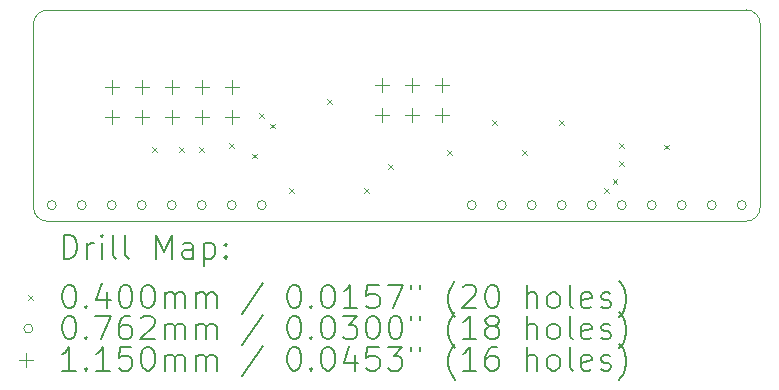
<source format=gbr>
%TF.GenerationSoftware,KiCad,Pcbnew,7.0.9*%
%TF.CreationDate,2024-01-07T05:54:26-05:00*%
%TF.ProjectId,Flipper-ICSP,466c6970-7065-4722-9d49-4353502e6b69,A*%
%TF.SameCoordinates,Original*%
%TF.FileFunction,Drillmap*%
%TF.FilePolarity,Positive*%
%FSLAX45Y45*%
G04 Gerber Fmt 4.5, Leading zero omitted, Abs format (unit mm)*
G04 Created by KiCad (PCBNEW 7.0.9) date 2024-01-07 05:54:26*
%MOMM*%
%LPD*%
G01*
G04 APERTURE LIST*
%ADD10C,0.100000*%
%ADD11C,0.200000*%
%ADD12C,0.115000*%
G04 APERTURE END LIST*
D10*
X13173480Y-5995380D02*
X13173480Y-5766516D01*
X13173014Y-7320298D02*
X13173480Y-5995380D01*
X7020452Y-5996777D02*
X7020452Y-5767913D01*
X13055686Y-7437624D02*
G75*
G03*
X13173014Y-7320298I4J117324D01*
G01*
X13173482Y-5766516D02*
G75*
G03*
X13056151Y-5649188I-117332J-4D01*
G01*
X7137575Y-7437523D02*
X13055686Y-7437626D01*
X7020452Y-5996777D02*
X7020247Y-7320194D01*
X7020247Y-7320194D02*
G75*
G03*
X7137575Y-7437523I117333J4D01*
G01*
X7137780Y-5650582D02*
G75*
G03*
X7020452Y-5767913I0J-117328D01*
G01*
X7137780Y-5650585D02*
X13056151Y-5649188D01*
D11*
D10*
X8027553Y-6809191D02*
X8067553Y-6849191D01*
X8067553Y-6809191D02*
X8027553Y-6849191D01*
X8256698Y-6809141D02*
X8296698Y-6849141D01*
X8296698Y-6809141D02*
X8256698Y-6849141D01*
X8425899Y-6809191D02*
X8465899Y-6849191D01*
X8465899Y-6809191D02*
X8425899Y-6849191D01*
X8679500Y-6774500D02*
X8719500Y-6814500D01*
X8719500Y-6774500D02*
X8679500Y-6814500D01*
X8872486Y-6865328D02*
X8912486Y-6905328D01*
X8912486Y-6865328D02*
X8872486Y-6905328D01*
X8933500Y-6520500D02*
X8973500Y-6560500D01*
X8973500Y-6520500D02*
X8933500Y-6560500D01*
X9024307Y-6611047D02*
X9064307Y-6651047D01*
X9064307Y-6611047D02*
X9024307Y-6651047D01*
X9187500Y-7155500D02*
X9227500Y-7195500D01*
X9227500Y-7155500D02*
X9187500Y-7195500D01*
X9506661Y-6402006D02*
X9546661Y-6442006D01*
X9546661Y-6402006D02*
X9506661Y-6442006D01*
X9822500Y-7155500D02*
X9862500Y-7195500D01*
X9862500Y-7155500D02*
X9822500Y-7195500D01*
X10021950Y-6956050D02*
X10061950Y-6996050D01*
X10061950Y-6956050D02*
X10021950Y-6996050D01*
X10521000Y-6838000D02*
X10561000Y-6878000D01*
X10561000Y-6838000D02*
X10521000Y-6878000D01*
X10902000Y-6584000D02*
X10942000Y-6624000D01*
X10942000Y-6584000D02*
X10902000Y-6624000D01*
X11156000Y-6838000D02*
X11196000Y-6878000D01*
X11196000Y-6838000D02*
X11156000Y-6878000D01*
X11473500Y-6584000D02*
X11513500Y-6624000D01*
X11513500Y-6584000D02*
X11473500Y-6624000D01*
X11854500Y-7155500D02*
X11894500Y-7195500D01*
X11894500Y-7155500D02*
X11854500Y-7195500D01*
X11925175Y-7083050D02*
X11965175Y-7123050D01*
X11965175Y-7083050D02*
X11925175Y-7123050D01*
X11981500Y-6774500D02*
X12021500Y-6814500D01*
X12021500Y-6774500D02*
X11981500Y-6814500D01*
X11981500Y-6929550D02*
X12021500Y-6969550D01*
X12021500Y-6929550D02*
X11981500Y-6969550D01*
X12359901Y-6790332D02*
X12399901Y-6830332D01*
X12399901Y-6790332D02*
X12359901Y-6830332D01*
X7213600Y-7302500D02*
G75*
G03*
X7213600Y-7302500I-38100J0D01*
G01*
X7467600Y-7302500D02*
G75*
G03*
X7467600Y-7302500I-38100J0D01*
G01*
X7721600Y-7302500D02*
G75*
G03*
X7721600Y-7302500I-38100J0D01*
G01*
X7975600Y-7302500D02*
G75*
G03*
X7975600Y-7302500I-38100J0D01*
G01*
X8229600Y-7302500D02*
G75*
G03*
X8229600Y-7302500I-38100J0D01*
G01*
X8483600Y-7302500D02*
G75*
G03*
X8483600Y-7302500I-38100J0D01*
G01*
X8737600Y-7302500D02*
G75*
G03*
X8737600Y-7302500I-38100J0D01*
G01*
X8991600Y-7302500D02*
G75*
G03*
X8991600Y-7302500I-38100J0D01*
G01*
X10769600Y-7302500D02*
G75*
G03*
X10769600Y-7302500I-38100J0D01*
G01*
X11023600Y-7302500D02*
G75*
G03*
X11023600Y-7302500I-38100J0D01*
G01*
X11277600Y-7302500D02*
G75*
G03*
X11277600Y-7302500I-38100J0D01*
G01*
X11531600Y-7302500D02*
G75*
G03*
X11531600Y-7302500I-38100J0D01*
G01*
X11785600Y-7302500D02*
G75*
G03*
X11785600Y-7302500I-38100J0D01*
G01*
X12039600Y-7302500D02*
G75*
G03*
X12039600Y-7302500I-38100J0D01*
G01*
X12293600Y-7302500D02*
G75*
G03*
X12293600Y-7302500I-38100J0D01*
G01*
X12547600Y-7302500D02*
G75*
G03*
X12547600Y-7302500I-38100J0D01*
G01*
X12801600Y-7302500D02*
G75*
G03*
X12801600Y-7302500I-38100J0D01*
G01*
X13055600Y-7302500D02*
G75*
G03*
X13055600Y-7302500I-38100J0D01*
G01*
D12*
X7683500Y-6245500D02*
X7683500Y-6360500D01*
X7626000Y-6303000D02*
X7741000Y-6303000D01*
X7683500Y-6499500D02*
X7683500Y-6614500D01*
X7626000Y-6557000D02*
X7741000Y-6557000D01*
X7937500Y-6245500D02*
X7937500Y-6360500D01*
X7880000Y-6303000D02*
X7995000Y-6303000D01*
X7937500Y-6499500D02*
X7937500Y-6614500D01*
X7880000Y-6557000D02*
X7995000Y-6557000D01*
X8191500Y-6245500D02*
X8191500Y-6360500D01*
X8134000Y-6303000D02*
X8249000Y-6303000D01*
X8191500Y-6499500D02*
X8191500Y-6614500D01*
X8134000Y-6557000D02*
X8249000Y-6557000D01*
X8445500Y-6245500D02*
X8445500Y-6360500D01*
X8388000Y-6303000D02*
X8503000Y-6303000D01*
X8445500Y-6499500D02*
X8445500Y-6614500D01*
X8388000Y-6557000D02*
X8503000Y-6557000D01*
X8699500Y-6245500D02*
X8699500Y-6360500D01*
X8642000Y-6303000D02*
X8757000Y-6303000D01*
X8699500Y-6499500D02*
X8699500Y-6614500D01*
X8642000Y-6557000D02*
X8757000Y-6557000D01*
X9969500Y-6229000D02*
X9969500Y-6344000D01*
X9912000Y-6286500D02*
X10027000Y-6286500D01*
X9969500Y-6483000D02*
X9969500Y-6598000D01*
X9912000Y-6540500D02*
X10027000Y-6540500D01*
X10223500Y-6229000D02*
X10223500Y-6344000D01*
X10166000Y-6286500D02*
X10281000Y-6286500D01*
X10223500Y-6483000D02*
X10223500Y-6598000D01*
X10166000Y-6540500D02*
X10281000Y-6540500D01*
X10477500Y-6229000D02*
X10477500Y-6344000D01*
X10420000Y-6286500D02*
X10535000Y-6286500D01*
X10477500Y-6483000D02*
X10477500Y-6598000D01*
X10420000Y-6540500D02*
X10535000Y-6540500D01*
D11*
X7276023Y-7754110D02*
X7276023Y-7554110D01*
X7276023Y-7554110D02*
X7323642Y-7554110D01*
X7323642Y-7554110D02*
X7352214Y-7563634D01*
X7352214Y-7563634D02*
X7371261Y-7582681D01*
X7371261Y-7582681D02*
X7380785Y-7601729D01*
X7380785Y-7601729D02*
X7390309Y-7639824D01*
X7390309Y-7639824D02*
X7390309Y-7668396D01*
X7390309Y-7668396D02*
X7380785Y-7706491D01*
X7380785Y-7706491D02*
X7371261Y-7725539D01*
X7371261Y-7725539D02*
X7352214Y-7744586D01*
X7352214Y-7744586D02*
X7323642Y-7754110D01*
X7323642Y-7754110D02*
X7276023Y-7754110D01*
X7476023Y-7754110D02*
X7476023Y-7620777D01*
X7476023Y-7658872D02*
X7485547Y-7639824D01*
X7485547Y-7639824D02*
X7495071Y-7630300D01*
X7495071Y-7630300D02*
X7514119Y-7620777D01*
X7514119Y-7620777D02*
X7533166Y-7620777D01*
X7599833Y-7754110D02*
X7599833Y-7620777D01*
X7599833Y-7554110D02*
X7590309Y-7563634D01*
X7590309Y-7563634D02*
X7599833Y-7573158D01*
X7599833Y-7573158D02*
X7609357Y-7563634D01*
X7609357Y-7563634D02*
X7599833Y-7554110D01*
X7599833Y-7554110D02*
X7599833Y-7573158D01*
X7723642Y-7754110D02*
X7704595Y-7744586D01*
X7704595Y-7744586D02*
X7695071Y-7725539D01*
X7695071Y-7725539D02*
X7695071Y-7554110D01*
X7828404Y-7754110D02*
X7809357Y-7744586D01*
X7809357Y-7744586D02*
X7799833Y-7725539D01*
X7799833Y-7725539D02*
X7799833Y-7554110D01*
X8056976Y-7754110D02*
X8056976Y-7554110D01*
X8056976Y-7554110D02*
X8123642Y-7696967D01*
X8123642Y-7696967D02*
X8190309Y-7554110D01*
X8190309Y-7554110D02*
X8190309Y-7754110D01*
X8371261Y-7754110D02*
X8371261Y-7649348D01*
X8371261Y-7649348D02*
X8361738Y-7630300D01*
X8361738Y-7630300D02*
X8342690Y-7620777D01*
X8342690Y-7620777D02*
X8304595Y-7620777D01*
X8304595Y-7620777D02*
X8285547Y-7630300D01*
X8371261Y-7744586D02*
X8352214Y-7754110D01*
X8352214Y-7754110D02*
X8304595Y-7754110D01*
X8304595Y-7754110D02*
X8285547Y-7744586D01*
X8285547Y-7744586D02*
X8276023Y-7725539D01*
X8276023Y-7725539D02*
X8276023Y-7706491D01*
X8276023Y-7706491D02*
X8285547Y-7687443D01*
X8285547Y-7687443D02*
X8304595Y-7677920D01*
X8304595Y-7677920D02*
X8352214Y-7677920D01*
X8352214Y-7677920D02*
X8371261Y-7668396D01*
X8466500Y-7620777D02*
X8466500Y-7820777D01*
X8466500Y-7630300D02*
X8485547Y-7620777D01*
X8485547Y-7620777D02*
X8523643Y-7620777D01*
X8523643Y-7620777D02*
X8542690Y-7630300D01*
X8542690Y-7630300D02*
X8552214Y-7639824D01*
X8552214Y-7639824D02*
X8561738Y-7658872D01*
X8561738Y-7658872D02*
X8561738Y-7716015D01*
X8561738Y-7716015D02*
X8552214Y-7735062D01*
X8552214Y-7735062D02*
X8542690Y-7744586D01*
X8542690Y-7744586D02*
X8523643Y-7754110D01*
X8523643Y-7754110D02*
X8485547Y-7754110D01*
X8485547Y-7754110D02*
X8466500Y-7744586D01*
X8647452Y-7735062D02*
X8656976Y-7744586D01*
X8656976Y-7744586D02*
X8647452Y-7754110D01*
X8647452Y-7754110D02*
X8637928Y-7744586D01*
X8637928Y-7744586D02*
X8647452Y-7735062D01*
X8647452Y-7735062D02*
X8647452Y-7754110D01*
X8647452Y-7630300D02*
X8656976Y-7639824D01*
X8656976Y-7639824D02*
X8647452Y-7649348D01*
X8647452Y-7649348D02*
X8637928Y-7639824D01*
X8637928Y-7639824D02*
X8647452Y-7630300D01*
X8647452Y-7630300D02*
X8647452Y-7649348D01*
D10*
X6975247Y-8062626D02*
X7015247Y-8102626D01*
X7015247Y-8062626D02*
X6975247Y-8102626D01*
D11*
X7314119Y-7974110D02*
X7333166Y-7974110D01*
X7333166Y-7974110D02*
X7352214Y-7983634D01*
X7352214Y-7983634D02*
X7361738Y-7993158D01*
X7361738Y-7993158D02*
X7371261Y-8012205D01*
X7371261Y-8012205D02*
X7380785Y-8050300D01*
X7380785Y-8050300D02*
X7380785Y-8097920D01*
X7380785Y-8097920D02*
X7371261Y-8136015D01*
X7371261Y-8136015D02*
X7361738Y-8155062D01*
X7361738Y-8155062D02*
X7352214Y-8164586D01*
X7352214Y-8164586D02*
X7333166Y-8174110D01*
X7333166Y-8174110D02*
X7314119Y-8174110D01*
X7314119Y-8174110D02*
X7295071Y-8164586D01*
X7295071Y-8164586D02*
X7285547Y-8155062D01*
X7285547Y-8155062D02*
X7276023Y-8136015D01*
X7276023Y-8136015D02*
X7266500Y-8097920D01*
X7266500Y-8097920D02*
X7266500Y-8050300D01*
X7266500Y-8050300D02*
X7276023Y-8012205D01*
X7276023Y-8012205D02*
X7285547Y-7993158D01*
X7285547Y-7993158D02*
X7295071Y-7983634D01*
X7295071Y-7983634D02*
X7314119Y-7974110D01*
X7466500Y-8155062D02*
X7476023Y-8164586D01*
X7476023Y-8164586D02*
X7466500Y-8174110D01*
X7466500Y-8174110D02*
X7456976Y-8164586D01*
X7456976Y-8164586D02*
X7466500Y-8155062D01*
X7466500Y-8155062D02*
X7466500Y-8174110D01*
X7647452Y-8040777D02*
X7647452Y-8174110D01*
X7599833Y-7964586D02*
X7552214Y-8107443D01*
X7552214Y-8107443D02*
X7676023Y-8107443D01*
X7790309Y-7974110D02*
X7809357Y-7974110D01*
X7809357Y-7974110D02*
X7828404Y-7983634D01*
X7828404Y-7983634D02*
X7837928Y-7993158D01*
X7837928Y-7993158D02*
X7847452Y-8012205D01*
X7847452Y-8012205D02*
X7856976Y-8050300D01*
X7856976Y-8050300D02*
X7856976Y-8097920D01*
X7856976Y-8097920D02*
X7847452Y-8136015D01*
X7847452Y-8136015D02*
X7837928Y-8155062D01*
X7837928Y-8155062D02*
X7828404Y-8164586D01*
X7828404Y-8164586D02*
X7809357Y-8174110D01*
X7809357Y-8174110D02*
X7790309Y-8174110D01*
X7790309Y-8174110D02*
X7771261Y-8164586D01*
X7771261Y-8164586D02*
X7761738Y-8155062D01*
X7761738Y-8155062D02*
X7752214Y-8136015D01*
X7752214Y-8136015D02*
X7742690Y-8097920D01*
X7742690Y-8097920D02*
X7742690Y-8050300D01*
X7742690Y-8050300D02*
X7752214Y-8012205D01*
X7752214Y-8012205D02*
X7761738Y-7993158D01*
X7761738Y-7993158D02*
X7771261Y-7983634D01*
X7771261Y-7983634D02*
X7790309Y-7974110D01*
X7980785Y-7974110D02*
X7999833Y-7974110D01*
X7999833Y-7974110D02*
X8018881Y-7983634D01*
X8018881Y-7983634D02*
X8028404Y-7993158D01*
X8028404Y-7993158D02*
X8037928Y-8012205D01*
X8037928Y-8012205D02*
X8047452Y-8050300D01*
X8047452Y-8050300D02*
X8047452Y-8097920D01*
X8047452Y-8097920D02*
X8037928Y-8136015D01*
X8037928Y-8136015D02*
X8028404Y-8155062D01*
X8028404Y-8155062D02*
X8018881Y-8164586D01*
X8018881Y-8164586D02*
X7999833Y-8174110D01*
X7999833Y-8174110D02*
X7980785Y-8174110D01*
X7980785Y-8174110D02*
X7961738Y-8164586D01*
X7961738Y-8164586D02*
X7952214Y-8155062D01*
X7952214Y-8155062D02*
X7942690Y-8136015D01*
X7942690Y-8136015D02*
X7933166Y-8097920D01*
X7933166Y-8097920D02*
X7933166Y-8050300D01*
X7933166Y-8050300D02*
X7942690Y-8012205D01*
X7942690Y-8012205D02*
X7952214Y-7993158D01*
X7952214Y-7993158D02*
X7961738Y-7983634D01*
X7961738Y-7983634D02*
X7980785Y-7974110D01*
X8133166Y-8174110D02*
X8133166Y-8040777D01*
X8133166Y-8059824D02*
X8142690Y-8050300D01*
X8142690Y-8050300D02*
X8161738Y-8040777D01*
X8161738Y-8040777D02*
X8190309Y-8040777D01*
X8190309Y-8040777D02*
X8209357Y-8050300D01*
X8209357Y-8050300D02*
X8218881Y-8069348D01*
X8218881Y-8069348D02*
X8218881Y-8174110D01*
X8218881Y-8069348D02*
X8228404Y-8050300D01*
X8228404Y-8050300D02*
X8247452Y-8040777D01*
X8247452Y-8040777D02*
X8276023Y-8040777D01*
X8276023Y-8040777D02*
X8295071Y-8050300D01*
X8295071Y-8050300D02*
X8304595Y-8069348D01*
X8304595Y-8069348D02*
X8304595Y-8174110D01*
X8399833Y-8174110D02*
X8399833Y-8040777D01*
X8399833Y-8059824D02*
X8409357Y-8050300D01*
X8409357Y-8050300D02*
X8428404Y-8040777D01*
X8428404Y-8040777D02*
X8456976Y-8040777D01*
X8456976Y-8040777D02*
X8476024Y-8050300D01*
X8476024Y-8050300D02*
X8485547Y-8069348D01*
X8485547Y-8069348D02*
X8485547Y-8174110D01*
X8485547Y-8069348D02*
X8495071Y-8050300D01*
X8495071Y-8050300D02*
X8514119Y-8040777D01*
X8514119Y-8040777D02*
X8542690Y-8040777D01*
X8542690Y-8040777D02*
X8561738Y-8050300D01*
X8561738Y-8050300D02*
X8571262Y-8069348D01*
X8571262Y-8069348D02*
X8571262Y-8174110D01*
X8961738Y-7964586D02*
X8790309Y-8221729D01*
X9218881Y-7974110D02*
X9237928Y-7974110D01*
X9237928Y-7974110D02*
X9256976Y-7983634D01*
X9256976Y-7983634D02*
X9266500Y-7993158D01*
X9266500Y-7993158D02*
X9276024Y-8012205D01*
X9276024Y-8012205D02*
X9285547Y-8050300D01*
X9285547Y-8050300D02*
X9285547Y-8097920D01*
X9285547Y-8097920D02*
X9276024Y-8136015D01*
X9276024Y-8136015D02*
X9266500Y-8155062D01*
X9266500Y-8155062D02*
X9256976Y-8164586D01*
X9256976Y-8164586D02*
X9237928Y-8174110D01*
X9237928Y-8174110D02*
X9218881Y-8174110D01*
X9218881Y-8174110D02*
X9199833Y-8164586D01*
X9199833Y-8164586D02*
X9190309Y-8155062D01*
X9190309Y-8155062D02*
X9180786Y-8136015D01*
X9180786Y-8136015D02*
X9171262Y-8097920D01*
X9171262Y-8097920D02*
X9171262Y-8050300D01*
X9171262Y-8050300D02*
X9180786Y-8012205D01*
X9180786Y-8012205D02*
X9190309Y-7993158D01*
X9190309Y-7993158D02*
X9199833Y-7983634D01*
X9199833Y-7983634D02*
X9218881Y-7974110D01*
X9371262Y-8155062D02*
X9380786Y-8164586D01*
X9380786Y-8164586D02*
X9371262Y-8174110D01*
X9371262Y-8174110D02*
X9361738Y-8164586D01*
X9361738Y-8164586D02*
X9371262Y-8155062D01*
X9371262Y-8155062D02*
X9371262Y-8174110D01*
X9504595Y-7974110D02*
X9523643Y-7974110D01*
X9523643Y-7974110D02*
X9542690Y-7983634D01*
X9542690Y-7983634D02*
X9552214Y-7993158D01*
X9552214Y-7993158D02*
X9561738Y-8012205D01*
X9561738Y-8012205D02*
X9571262Y-8050300D01*
X9571262Y-8050300D02*
X9571262Y-8097920D01*
X9571262Y-8097920D02*
X9561738Y-8136015D01*
X9561738Y-8136015D02*
X9552214Y-8155062D01*
X9552214Y-8155062D02*
X9542690Y-8164586D01*
X9542690Y-8164586D02*
X9523643Y-8174110D01*
X9523643Y-8174110D02*
X9504595Y-8174110D01*
X9504595Y-8174110D02*
X9485547Y-8164586D01*
X9485547Y-8164586D02*
X9476024Y-8155062D01*
X9476024Y-8155062D02*
X9466500Y-8136015D01*
X9466500Y-8136015D02*
X9456976Y-8097920D01*
X9456976Y-8097920D02*
X9456976Y-8050300D01*
X9456976Y-8050300D02*
X9466500Y-8012205D01*
X9466500Y-8012205D02*
X9476024Y-7993158D01*
X9476024Y-7993158D02*
X9485547Y-7983634D01*
X9485547Y-7983634D02*
X9504595Y-7974110D01*
X9761738Y-8174110D02*
X9647452Y-8174110D01*
X9704595Y-8174110D02*
X9704595Y-7974110D01*
X9704595Y-7974110D02*
X9685547Y-8002681D01*
X9685547Y-8002681D02*
X9666500Y-8021729D01*
X9666500Y-8021729D02*
X9647452Y-8031253D01*
X9942690Y-7974110D02*
X9847452Y-7974110D01*
X9847452Y-7974110D02*
X9837928Y-8069348D01*
X9837928Y-8069348D02*
X9847452Y-8059824D01*
X9847452Y-8059824D02*
X9866500Y-8050300D01*
X9866500Y-8050300D02*
X9914119Y-8050300D01*
X9914119Y-8050300D02*
X9933167Y-8059824D01*
X9933167Y-8059824D02*
X9942690Y-8069348D01*
X9942690Y-8069348D02*
X9952214Y-8088396D01*
X9952214Y-8088396D02*
X9952214Y-8136015D01*
X9952214Y-8136015D02*
X9942690Y-8155062D01*
X9942690Y-8155062D02*
X9933167Y-8164586D01*
X9933167Y-8164586D02*
X9914119Y-8174110D01*
X9914119Y-8174110D02*
X9866500Y-8174110D01*
X9866500Y-8174110D02*
X9847452Y-8164586D01*
X9847452Y-8164586D02*
X9837928Y-8155062D01*
X10018881Y-7974110D02*
X10152214Y-7974110D01*
X10152214Y-7974110D02*
X10066500Y-8174110D01*
X10218881Y-7974110D02*
X10218881Y-8012205D01*
X10295071Y-7974110D02*
X10295071Y-8012205D01*
X10590310Y-8250300D02*
X10580786Y-8240777D01*
X10580786Y-8240777D02*
X10561738Y-8212205D01*
X10561738Y-8212205D02*
X10552214Y-8193158D01*
X10552214Y-8193158D02*
X10542690Y-8164586D01*
X10542690Y-8164586D02*
X10533167Y-8116967D01*
X10533167Y-8116967D02*
X10533167Y-8078872D01*
X10533167Y-8078872D02*
X10542690Y-8031253D01*
X10542690Y-8031253D02*
X10552214Y-8002681D01*
X10552214Y-8002681D02*
X10561738Y-7983634D01*
X10561738Y-7983634D02*
X10580786Y-7955062D01*
X10580786Y-7955062D02*
X10590310Y-7945539D01*
X10656976Y-7993158D02*
X10666500Y-7983634D01*
X10666500Y-7983634D02*
X10685548Y-7974110D01*
X10685548Y-7974110D02*
X10733167Y-7974110D01*
X10733167Y-7974110D02*
X10752214Y-7983634D01*
X10752214Y-7983634D02*
X10761738Y-7993158D01*
X10761738Y-7993158D02*
X10771262Y-8012205D01*
X10771262Y-8012205D02*
X10771262Y-8031253D01*
X10771262Y-8031253D02*
X10761738Y-8059824D01*
X10761738Y-8059824D02*
X10647452Y-8174110D01*
X10647452Y-8174110D02*
X10771262Y-8174110D01*
X10895071Y-7974110D02*
X10914119Y-7974110D01*
X10914119Y-7974110D02*
X10933167Y-7983634D01*
X10933167Y-7983634D02*
X10942690Y-7993158D01*
X10942690Y-7993158D02*
X10952214Y-8012205D01*
X10952214Y-8012205D02*
X10961738Y-8050300D01*
X10961738Y-8050300D02*
X10961738Y-8097920D01*
X10961738Y-8097920D02*
X10952214Y-8136015D01*
X10952214Y-8136015D02*
X10942690Y-8155062D01*
X10942690Y-8155062D02*
X10933167Y-8164586D01*
X10933167Y-8164586D02*
X10914119Y-8174110D01*
X10914119Y-8174110D02*
X10895071Y-8174110D01*
X10895071Y-8174110D02*
X10876024Y-8164586D01*
X10876024Y-8164586D02*
X10866500Y-8155062D01*
X10866500Y-8155062D02*
X10856976Y-8136015D01*
X10856976Y-8136015D02*
X10847452Y-8097920D01*
X10847452Y-8097920D02*
X10847452Y-8050300D01*
X10847452Y-8050300D02*
X10856976Y-8012205D01*
X10856976Y-8012205D02*
X10866500Y-7993158D01*
X10866500Y-7993158D02*
X10876024Y-7983634D01*
X10876024Y-7983634D02*
X10895071Y-7974110D01*
X11199833Y-8174110D02*
X11199833Y-7974110D01*
X11285548Y-8174110D02*
X11285548Y-8069348D01*
X11285548Y-8069348D02*
X11276024Y-8050300D01*
X11276024Y-8050300D02*
X11256976Y-8040777D01*
X11256976Y-8040777D02*
X11228405Y-8040777D01*
X11228405Y-8040777D02*
X11209357Y-8050300D01*
X11209357Y-8050300D02*
X11199833Y-8059824D01*
X11409357Y-8174110D02*
X11390309Y-8164586D01*
X11390309Y-8164586D02*
X11380786Y-8155062D01*
X11380786Y-8155062D02*
X11371262Y-8136015D01*
X11371262Y-8136015D02*
X11371262Y-8078872D01*
X11371262Y-8078872D02*
X11380786Y-8059824D01*
X11380786Y-8059824D02*
X11390309Y-8050300D01*
X11390309Y-8050300D02*
X11409357Y-8040777D01*
X11409357Y-8040777D02*
X11437929Y-8040777D01*
X11437929Y-8040777D02*
X11456976Y-8050300D01*
X11456976Y-8050300D02*
X11466500Y-8059824D01*
X11466500Y-8059824D02*
X11476024Y-8078872D01*
X11476024Y-8078872D02*
X11476024Y-8136015D01*
X11476024Y-8136015D02*
X11466500Y-8155062D01*
X11466500Y-8155062D02*
X11456976Y-8164586D01*
X11456976Y-8164586D02*
X11437929Y-8174110D01*
X11437929Y-8174110D02*
X11409357Y-8174110D01*
X11590309Y-8174110D02*
X11571262Y-8164586D01*
X11571262Y-8164586D02*
X11561738Y-8145539D01*
X11561738Y-8145539D02*
X11561738Y-7974110D01*
X11742690Y-8164586D02*
X11723643Y-8174110D01*
X11723643Y-8174110D02*
X11685548Y-8174110D01*
X11685548Y-8174110D02*
X11666500Y-8164586D01*
X11666500Y-8164586D02*
X11656976Y-8145539D01*
X11656976Y-8145539D02*
X11656976Y-8069348D01*
X11656976Y-8069348D02*
X11666500Y-8050300D01*
X11666500Y-8050300D02*
X11685548Y-8040777D01*
X11685548Y-8040777D02*
X11723643Y-8040777D01*
X11723643Y-8040777D02*
X11742690Y-8050300D01*
X11742690Y-8050300D02*
X11752214Y-8069348D01*
X11752214Y-8069348D02*
X11752214Y-8088396D01*
X11752214Y-8088396D02*
X11656976Y-8107443D01*
X11828405Y-8164586D02*
X11847452Y-8174110D01*
X11847452Y-8174110D02*
X11885548Y-8174110D01*
X11885548Y-8174110D02*
X11904595Y-8164586D01*
X11904595Y-8164586D02*
X11914119Y-8145539D01*
X11914119Y-8145539D02*
X11914119Y-8136015D01*
X11914119Y-8136015D02*
X11904595Y-8116967D01*
X11904595Y-8116967D02*
X11885548Y-8107443D01*
X11885548Y-8107443D02*
X11856976Y-8107443D01*
X11856976Y-8107443D02*
X11837929Y-8097920D01*
X11837929Y-8097920D02*
X11828405Y-8078872D01*
X11828405Y-8078872D02*
X11828405Y-8069348D01*
X11828405Y-8069348D02*
X11837929Y-8050300D01*
X11837929Y-8050300D02*
X11856976Y-8040777D01*
X11856976Y-8040777D02*
X11885548Y-8040777D01*
X11885548Y-8040777D02*
X11904595Y-8050300D01*
X11980786Y-8250300D02*
X11990310Y-8240777D01*
X11990310Y-8240777D02*
X12009357Y-8212205D01*
X12009357Y-8212205D02*
X12018881Y-8193158D01*
X12018881Y-8193158D02*
X12028405Y-8164586D01*
X12028405Y-8164586D02*
X12037929Y-8116967D01*
X12037929Y-8116967D02*
X12037929Y-8078872D01*
X12037929Y-8078872D02*
X12028405Y-8031253D01*
X12028405Y-8031253D02*
X12018881Y-8002681D01*
X12018881Y-8002681D02*
X12009357Y-7983634D01*
X12009357Y-7983634D02*
X11990310Y-7955062D01*
X11990310Y-7955062D02*
X11980786Y-7945539D01*
D10*
X7015247Y-8346626D02*
G75*
G03*
X7015247Y-8346626I-38100J0D01*
G01*
D11*
X7314119Y-8238110D02*
X7333166Y-8238110D01*
X7333166Y-8238110D02*
X7352214Y-8247634D01*
X7352214Y-8247634D02*
X7361738Y-8257158D01*
X7361738Y-8257158D02*
X7371261Y-8276205D01*
X7371261Y-8276205D02*
X7380785Y-8314300D01*
X7380785Y-8314300D02*
X7380785Y-8361920D01*
X7380785Y-8361920D02*
X7371261Y-8400015D01*
X7371261Y-8400015D02*
X7361738Y-8419062D01*
X7361738Y-8419062D02*
X7352214Y-8428586D01*
X7352214Y-8428586D02*
X7333166Y-8438110D01*
X7333166Y-8438110D02*
X7314119Y-8438110D01*
X7314119Y-8438110D02*
X7295071Y-8428586D01*
X7295071Y-8428586D02*
X7285547Y-8419062D01*
X7285547Y-8419062D02*
X7276023Y-8400015D01*
X7276023Y-8400015D02*
X7266500Y-8361920D01*
X7266500Y-8361920D02*
X7266500Y-8314300D01*
X7266500Y-8314300D02*
X7276023Y-8276205D01*
X7276023Y-8276205D02*
X7285547Y-8257158D01*
X7285547Y-8257158D02*
X7295071Y-8247634D01*
X7295071Y-8247634D02*
X7314119Y-8238110D01*
X7466500Y-8419062D02*
X7476023Y-8428586D01*
X7476023Y-8428586D02*
X7466500Y-8438110D01*
X7466500Y-8438110D02*
X7456976Y-8428586D01*
X7456976Y-8428586D02*
X7466500Y-8419062D01*
X7466500Y-8419062D02*
X7466500Y-8438110D01*
X7542690Y-8238110D02*
X7676023Y-8238110D01*
X7676023Y-8238110D02*
X7590309Y-8438110D01*
X7837928Y-8238110D02*
X7799833Y-8238110D01*
X7799833Y-8238110D02*
X7780785Y-8247634D01*
X7780785Y-8247634D02*
X7771261Y-8257158D01*
X7771261Y-8257158D02*
X7752214Y-8285729D01*
X7752214Y-8285729D02*
X7742690Y-8323824D01*
X7742690Y-8323824D02*
X7742690Y-8400015D01*
X7742690Y-8400015D02*
X7752214Y-8419062D01*
X7752214Y-8419062D02*
X7761738Y-8428586D01*
X7761738Y-8428586D02*
X7780785Y-8438110D01*
X7780785Y-8438110D02*
X7818881Y-8438110D01*
X7818881Y-8438110D02*
X7837928Y-8428586D01*
X7837928Y-8428586D02*
X7847452Y-8419062D01*
X7847452Y-8419062D02*
X7856976Y-8400015D01*
X7856976Y-8400015D02*
X7856976Y-8352396D01*
X7856976Y-8352396D02*
X7847452Y-8333348D01*
X7847452Y-8333348D02*
X7837928Y-8323824D01*
X7837928Y-8323824D02*
X7818881Y-8314300D01*
X7818881Y-8314300D02*
X7780785Y-8314300D01*
X7780785Y-8314300D02*
X7761738Y-8323824D01*
X7761738Y-8323824D02*
X7752214Y-8333348D01*
X7752214Y-8333348D02*
X7742690Y-8352396D01*
X7933166Y-8257158D02*
X7942690Y-8247634D01*
X7942690Y-8247634D02*
X7961738Y-8238110D01*
X7961738Y-8238110D02*
X8009357Y-8238110D01*
X8009357Y-8238110D02*
X8028404Y-8247634D01*
X8028404Y-8247634D02*
X8037928Y-8257158D01*
X8037928Y-8257158D02*
X8047452Y-8276205D01*
X8047452Y-8276205D02*
X8047452Y-8295253D01*
X8047452Y-8295253D02*
X8037928Y-8323824D01*
X8037928Y-8323824D02*
X7923642Y-8438110D01*
X7923642Y-8438110D02*
X8047452Y-8438110D01*
X8133166Y-8438110D02*
X8133166Y-8304777D01*
X8133166Y-8323824D02*
X8142690Y-8314300D01*
X8142690Y-8314300D02*
X8161738Y-8304777D01*
X8161738Y-8304777D02*
X8190309Y-8304777D01*
X8190309Y-8304777D02*
X8209357Y-8314300D01*
X8209357Y-8314300D02*
X8218881Y-8333348D01*
X8218881Y-8333348D02*
X8218881Y-8438110D01*
X8218881Y-8333348D02*
X8228404Y-8314300D01*
X8228404Y-8314300D02*
X8247452Y-8304777D01*
X8247452Y-8304777D02*
X8276023Y-8304777D01*
X8276023Y-8304777D02*
X8295071Y-8314300D01*
X8295071Y-8314300D02*
X8304595Y-8333348D01*
X8304595Y-8333348D02*
X8304595Y-8438110D01*
X8399833Y-8438110D02*
X8399833Y-8304777D01*
X8399833Y-8323824D02*
X8409357Y-8314300D01*
X8409357Y-8314300D02*
X8428404Y-8304777D01*
X8428404Y-8304777D02*
X8456976Y-8304777D01*
X8456976Y-8304777D02*
X8476024Y-8314300D01*
X8476024Y-8314300D02*
X8485547Y-8333348D01*
X8485547Y-8333348D02*
X8485547Y-8438110D01*
X8485547Y-8333348D02*
X8495071Y-8314300D01*
X8495071Y-8314300D02*
X8514119Y-8304777D01*
X8514119Y-8304777D02*
X8542690Y-8304777D01*
X8542690Y-8304777D02*
X8561738Y-8314300D01*
X8561738Y-8314300D02*
X8571262Y-8333348D01*
X8571262Y-8333348D02*
X8571262Y-8438110D01*
X8961738Y-8228586D02*
X8790309Y-8485729D01*
X9218881Y-8238110D02*
X9237928Y-8238110D01*
X9237928Y-8238110D02*
X9256976Y-8247634D01*
X9256976Y-8247634D02*
X9266500Y-8257158D01*
X9266500Y-8257158D02*
X9276024Y-8276205D01*
X9276024Y-8276205D02*
X9285547Y-8314300D01*
X9285547Y-8314300D02*
X9285547Y-8361920D01*
X9285547Y-8361920D02*
X9276024Y-8400015D01*
X9276024Y-8400015D02*
X9266500Y-8419062D01*
X9266500Y-8419062D02*
X9256976Y-8428586D01*
X9256976Y-8428586D02*
X9237928Y-8438110D01*
X9237928Y-8438110D02*
X9218881Y-8438110D01*
X9218881Y-8438110D02*
X9199833Y-8428586D01*
X9199833Y-8428586D02*
X9190309Y-8419062D01*
X9190309Y-8419062D02*
X9180786Y-8400015D01*
X9180786Y-8400015D02*
X9171262Y-8361920D01*
X9171262Y-8361920D02*
X9171262Y-8314300D01*
X9171262Y-8314300D02*
X9180786Y-8276205D01*
X9180786Y-8276205D02*
X9190309Y-8257158D01*
X9190309Y-8257158D02*
X9199833Y-8247634D01*
X9199833Y-8247634D02*
X9218881Y-8238110D01*
X9371262Y-8419062D02*
X9380786Y-8428586D01*
X9380786Y-8428586D02*
X9371262Y-8438110D01*
X9371262Y-8438110D02*
X9361738Y-8428586D01*
X9361738Y-8428586D02*
X9371262Y-8419062D01*
X9371262Y-8419062D02*
X9371262Y-8438110D01*
X9504595Y-8238110D02*
X9523643Y-8238110D01*
X9523643Y-8238110D02*
X9542690Y-8247634D01*
X9542690Y-8247634D02*
X9552214Y-8257158D01*
X9552214Y-8257158D02*
X9561738Y-8276205D01*
X9561738Y-8276205D02*
X9571262Y-8314300D01*
X9571262Y-8314300D02*
X9571262Y-8361920D01*
X9571262Y-8361920D02*
X9561738Y-8400015D01*
X9561738Y-8400015D02*
X9552214Y-8419062D01*
X9552214Y-8419062D02*
X9542690Y-8428586D01*
X9542690Y-8428586D02*
X9523643Y-8438110D01*
X9523643Y-8438110D02*
X9504595Y-8438110D01*
X9504595Y-8438110D02*
X9485547Y-8428586D01*
X9485547Y-8428586D02*
X9476024Y-8419062D01*
X9476024Y-8419062D02*
X9466500Y-8400015D01*
X9466500Y-8400015D02*
X9456976Y-8361920D01*
X9456976Y-8361920D02*
X9456976Y-8314300D01*
X9456976Y-8314300D02*
X9466500Y-8276205D01*
X9466500Y-8276205D02*
X9476024Y-8257158D01*
X9476024Y-8257158D02*
X9485547Y-8247634D01*
X9485547Y-8247634D02*
X9504595Y-8238110D01*
X9637928Y-8238110D02*
X9761738Y-8238110D01*
X9761738Y-8238110D02*
X9695071Y-8314300D01*
X9695071Y-8314300D02*
X9723643Y-8314300D01*
X9723643Y-8314300D02*
X9742690Y-8323824D01*
X9742690Y-8323824D02*
X9752214Y-8333348D01*
X9752214Y-8333348D02*
X9761738Y-8352396D01*
X9761738Y-8352396D02*
X9761738Y-8400015D01*
X9761738Y-8400015D02*
X9752214Y-8419062D01*
X9752214Y-8419062D02*
X9742690Y-8428586D01*
X9742690Y-8428586D02*
X9723643Y-8438110D01*
X9723643Y-8438110D02*
X9666500Y-8438110D01*
X9666500Y-8438110D02*
X9647452Y-8428586D01*
X9647452Y-8428586D02*
X9637928Y-8419062D01*
X9885547Y-8238110D02*
X9904595Y-8238110D01*
X9904595Y-8238110D02*
X9923643Y-8247634D01*
X9923643Y-8247634D02*
X9933167Y-8257158D01*
X9933167Y-8257158D02*
X9942690Y-8276205D01*
X9942690Y-8276205D02*
X9952214Y-8314300D01*
X9952214Y-8314300D02*
X9952214Y-8361920D01*
X9952214Y-8361920D02*
X9942690Y-8400015D01*
X9942690Y-8400015D02*
X9933167Y-8419062D01*
X9933167Y-8419062D02*
X9923643Y-8428586D01*
X9923643Y-8428586D02*
X9904595Y-8438110D01*
X9904595Y-8438110D02*
X9885547Y-8438110D01*
X9885547Y-8438110D02*
X9866500Y-8428586D01*
X9866500Y-8428586D02*
X9856976Y-8419062D01*
X9856976Y-8419062D02*
X9847452Y-8400015D01*
X9847452Y-8400015D02*
X9837928Y-8361920D01*
X9837928Y-8361920D02*
X9837928Y-8314300D01*
X9837928Y-8314300D02*
X9847452Y-8276205D01*
X9847452Y-8276205D02*
X9856976Y-8257158D01*
X9856976Y-8257158D02*
X9866500Y-8247634D01*
X9866500Y-8247634D02*
X9885547Y-8238110D01*
X10076024Y-8238110D02*
X10095071Y-8238110D01*
X10095071Y-8238110D02*
X10114119Y-8247634D01*
X10114119Y-8247634D02*
X10123643Y-8257158D01*
X10123643Y-8257158D02*
X10133167Y-8276205D01*
X10133167Y-8276205D02*
X10142690Y-8314300D01*
X10142690Y-8314300D02*
X10142690Y-8361920D01*
X10142690Y-8361920D02*
X10133167Y-8400015D01*
X10133167Y-8400015D02*
X10123643Y-8419062D01*
X10123643Y-8419062D02*
X10114119Y-8428586D01*
X10114119Y-8428586D02*
X10095071Y-8438110D01*
X10095071Y-8438110D02*
X10076024Y-8438110D01*
X10076024Y-8438110D02*
X10056976Y-8428586D01*
X10056976Y-8428586D02*
X10047452Y-8419062D01*
X10047452Y-8419062D02*
X10037928Y-8400015D01*
X10037928Y-8400015D02*
X10028405Y-8361920D01*
X10028405Y-8361920D02*
X10028405Y-8314300D01*
X10028405Y-8314300D02*
X10037928Y-8276205D01*
X10037928Y-8276205D02*
X10047452Y-8257158D01*
X10047452Y-8257158D02*
X10056976Y-8247634D01*
X10056976Y-8247634D02*
X10076024Y-8238110D01*
X10218881Y-8238110D02*
X10218881Y-8276205D01*
X10295071Y-8238110D02*
X10295071Y-8276205D01*
X10590310Y-8514301D02*
X10580786Y-8504777D01*
X10580786Y-8504777D02*
X10561738Y-8476205D01*
X10561738Y-8476205D02*
X10552214Y-8457158D01*
X10552214Y-8457158D02*
X10542690Y-8428586D01*
X10542690Y-8428586D02*
X10533167Y-8380967D01*
X10533167Y-8380967D02*
X10533167Y-8342872D01*
X10533167Y-8342872D02*
X10542690Y-8295253D01*
X10542690Y-8295253D02*
X10552214Y-8266681D01*
X10552214Y-8266681D02*
X10561738Y-8247634D01*
X10561738Y-8247634D02*
X10580786Y-8219062D01*
X10580786Y-8219062D02*
X10590310Y-8209539D01*
X10771262Y-8438110D02*
X10656976Y-8438110D01*
X10714119Y-8438110D02*
X10714119Y-8238110D01*
X10714119Y-8238110D02*
X10695071Y-8266681D01*
X10695071Y-8266681D02*
X10676024Y-8285729D01*
X10676024Y-8285729D02*
X10656976Y-8295253D01*
X10885548Y-8323824D02*
X10866500Y-8314300D01*
X10866500Y-8314300D02*
X10856976Y-8304777D01*
X10856976Y-8304777D02*
X10847452Y-8285729D01*
X10847452Y-8285729D02*
X10847452Y-8276205D01*
X10847452Y-8276205D02*
X10856976Y-8257158D01*
X10856976Y-8257158D02*
X10866500Y-8247634D01*
X10866500Y-8247634D02*
X10885548Y-8238110D01*
X10885548Y-8238110D02*
X10923643Y-8238110D01*
X10923643Y-8238110D02*
X10942690Y-8247634D01*
X10942690Y-8247634D02*
X10952214Y-8257158D01*
X10952214Y-8257158D02*
X10961738Y-8276205D01*
X10961738Y-8276205D02*
X10961738Y-8285729D01*
X10961738Y-8285729D02*
X10952214Y-8304777D01*
X10952214Y-8304777D02*
X10942690Y-8314300D01*
X10942690Y-8314300D02*
X10923643Y-8323824D01*
X10923643Y-8323824D02*
X10885548Y-8323824D01*
X10885548Y-8323824D02*
X10866500Y-8333348D01*
X10866500Y-8333348D02*
X10856976Y-8342872D01*
X10856976Y-8342872D02*
X10847452Y-8361920D01*
X10847452Y-8361920D02*
X10847452Y-8400015D01*
X10847452Y-8400015D02*
X10856976Y-8419062D01*
X10856976Y-8419062D02*
X10866500Y-8428586D01*
X10866500Y-8428586D02*
X10885548Y-8438110D01*
X10885548Y-8438110D02*
X10923643Y-8438110D01*
X10923643Y-8438110D02*
X10942690Y-8428586D01*
X10942690Y-8428586D02*
X10952214Y-8419062D01*
X10952214Y-8419062D02*
X10961738Y-8400015D01*
X10961738Y-8400015D02*
X10961738Y-8361920D01*
X10961738Y-8361920D02*
X10952214Y-8342872D01*
X10952214Y-8342872D02*
X10942690Y-8333348D01*
X10942690Y-8333348D02*
X10923643Y-8323824D01*
X11199833Y-8438110D02*
X11199833Y-8238110D01*
X11285548Y-8438110D02*
X11285548Y-8333348D01*
X11285548Y-8333348D02*
X11276024Y-8314300D01*
X11276024Y-8314300D02*
X11256976Y-8304777D01*
X11256976Y-8304777D02*
X11228405Y-8304777D01*
X11228405Y-8304777D02*
X11209357Y-8314300D01*
X11209357Y-8314300D02*
X11199833Y-8323824D01*
X11409357Y-8438110D02*
X11390309Y-8428586D01*
X11390309Y-8428586D02*
X11380786Y-8419062D01*
X11380786Y-8419062D02*
X11371262Y-8400015D01*
X11371262Y-8400015D02*
X11371262Y-8342872D01*
X11371262Y-8342872D02*
X11380786Y-8323824D01*
X11380786Y-8323824D02*
X11390309Y-8314300D01*
X11390309Y-8314300D02*
X11409357Y-8304777D01*
X11409357Y-8304777D02*
X11437929Y-8304777D01*
X11437929Y-8304777D02*
X11456976Y-8314300D01*
X11456976Y-8314300D02*
X11466500Y-8323824D01*
X11466500Y-8323824D02*
X11476024Y-8342872D01*
X11476024Y-8342872D02*
X11476024Y-8400015D01*
X11476024Y-8400015D02*
X11466500Y-8419062D01*
X11466500Y-8419062D02*
X11456976Y-8428586D01*
X11456976Y-8428586D02*
X11437929Y-8438110D01*
X11437929Y-8438110D02*
X11409357Y-8438110D01*
X11590309Y-8438110D02*
X11571262Y-8428586D01*
X11571262Y-8428586D02*
X11561738Y-8409539D01*
X11561738Y-8409539D02*
X11561738Y-8238110D01*
X11742690Y-8428586D02*
X11723643Y-8438110D01*
X11723643Y-8438110D02*
X11685548Y-8438110D01*
X11685548Y-8438110D02*
X11666500Y-8428586D01*
X11666500Y-8428586D02*
X11656976Y-8409539D01*
X11656976Y-8409539D02*
X11656976Y-8333348D01*
X11656976Y-8333348D02*
X11666500Y-8314300D01*
X11666500Y-8314300D02*
X11685548Y-8304777D01*
X11685548Y-8304777D02*
X11723643Y-8304777D01*
X11723643Y-8304777D02*
X11742690Y-8314300D01*
X11742690Y-8314300D02*
X11752214Y-8333348D01*
X11752214Y-8333348D02*
X11752214Y-8352396D01*
X11752214Y-8352396D02*
X11656976Y-8371443D01*
X11828405Y-8428586D02*
X11847452Y-8438110D01*
X11847452Y-8438110D02*
X11885548Y-8438110D01*
X11885548Y-8438110D02*
X11904595Y-8428586D01*
X11904595Y-8428586D02*
X11914119Y-8409539D01*
X11914119Y-8409539D02*
X11914119Y-8400015D01*
X11914119Y-8400015D02*
X11904595Y-8380967D01*
X11904595Y-8380967D02*
X11885548Y-8371443D01*
X11885548Y-8371443D02*
X11856976Y-8371443D01*
X11856976Y-8371443D02*
X11837929Y-8361920D01*
X11837929Y-8361920D02*
X11828405Y-8342872D01*
X11828405Y-8342872D02*
X11828405Y-8333348D01*
X11828405Y-8333348D02*
X11837929Y-8314300D01*
X11837929Y-8314300D02*
X11856976Y-8304777D01*
X11856976Y-8304777D02*
X11885548Y-8304777D01*
X11885548Y-8304777D02*
X11904595Y-8314300D01*
X11980786Y-8514301D02*
X11990310Y-8504777D01*
X11990310Y-8504777D02*
X12009357Y-8476205D01*
X12009357Y-8476205D02*
X12018881Y-8457158D01*
X12018881Y-8457158D02*
X12028405Y-8428586D01*
X12028405Y-8428586D02*
X12037929Y-8380967D01*
X12037929Y-8380967D02*
X12037929Y-8342872D01*
X12037929Y-8342872D02*
X12028405Y-8295253D01*
X12028405Y-8295253D02*
X12018881Y-8266681D01*
X12018881Y-8266681D02*
X12009357Y-8247634D01*
X12009357Y-8247634D02*
X11990310Y-8219062D01*
X11990310Y-8219062D02*
X11980786Y-8209539D01*
D12*
X6957747Y-8553126D02*
X6957747Y-8668126D01*
X6900247Y-8610626D02*
X7015247Y-8610626D01*
D11*
X7380785Y-8702110D02*
X7266500Y-8702110D01*
X7323642Y-8702110D02*
X7323642Y-8502110D01*
X7323642Y-8502110D02*
X7304595Y-8530682D01*
X7304595Y-8530682D02*
X7285547Y-8549729D01*
X7285547Y-8549729D02*
X7266500Y-8559253D01*
X7466500Y-8683062D02*
X7476023Y-8692586D01*
X7476023Y-8692586D02*
X7466500Y-8702110D01*
X7466500Y-8702110D02*
X7456976Y-8692586D01*
X7456976Y-8692586D02*
X7466500Y-8683062D01*
X7466500Y-8683062D02*
X7466500Y-8702110D01*
X7666500Y-8702110D02*
X7552214Y-8702110D01*
X7609357Y-8702110D02*
X7609357Y-8502110D01*
X7609357Y-8502110D02*
X7590309Y-8530682D01*
X7590309Y-8530682D02*
X7571261Y-8549729D01*
X7571261Y-8549729D02*
X7552214Y-8559253D01*
X7847452Y-8502110D02*
X7752214Y-8502110D01*
X7752214Y-8502110D02*
X7742690Y-8597348D01*
X7742690Y-8597348D02*
X7752214Y-8587824D01*
X7752214Y-8587824D02*
X7771261Y-8578301D01*
X7771261Y-8578301D02*
X7818881Y-8578301D01*
X7818881Y-8578301D02*
X7837928Y-8587824D01*
X7837928Y-8587824D02*
X7847452Y-8597348D01*
X7847452Y-8597348D02*
X7856976Y-8616396D01*
X7856976Y-8616396D02*
X7856976Y-8664015D01*
X7856976Y-8664015D02*
X7847452Y-8683062D01*
X7847452Y-8683062D02*
X7837928Y-8692586D01*
X7837928Y-8692586D02*
X7818881Y-8702110D01*
X7818881Y-8702110D02*
X7771261Y-8702110D01*
X7771261Y-8702110D02*
X7752214Y-8692586D01*
X7752214Y-8692586D02*
X7742690Y-8683062D01*
X7980785Y-8502110D02*
X7999833Y-8502110D01*
X7999833Y-8502110D02*
X8018881Y-8511634D01*
X8018881Y-8511634D02*
X8028404Y-8521158D01*
X8028404Y-8521158D02*
X8037928Y-8540205D01*
X8037928Y-8540205D02*
X8047452Y-8578301D01*
X8047452Y-8578301D02*
X8047452Y-8625920D01*
X8047452Y-8625920D02*
X8037928Y-8664015D01*
X8037928Y-8664015D02*
X8028404Y-8683062D01*
X8028404Y-8683062D02*
X8018881Y-8692586D01*
X8018881Y-8692586D02*
X7999833Y-8702110D01*
X7999833Y-8702110D02*
X7980785Y-8702110D01*
X7980785Y-8702110D02*
X7961738Y-8692586D01*
X7961738Y-8692586D02*
X7952214Y-8683062D01*
X7952214Y-8683062D02*
X7942690Y-8664015D01*
X7942690Y-8664015D02*
X7933166Y-8625920D01*
X7933166Y-8625920D02*
X7933166Y-8578301D01*
X7933166Y-8578301D02*
X7942690Y-8540205D01*
X7942690Y-8540205D02*
X7952214Y-8521158D01*
X7952214Y-8521158D02*
X7961738Y-8511634D01*
X7961738Y-8511634D02*
X7980785Y-8502110D01*
X8133166Y-8702110D02*
X8133166Y-8568777D01*
X8133166Y-8587824D02*
X8142690Y-8578301D01*
X8142690Y-8578301D02*
X8161738Y-8568777D01*
X8161738Y-8568777D02*
X8190309Y-8568777D01*
X8190309Y-8568777D02*
X8209357Y-8578301D01*
X8209357Y-8578301D02*
X8218881Y-8597348D01*
X8218881Y-8597348D02*
X8218881Y-8702110D01*
X8218881Y-8597348D02*
X8228404Y-8578301D01*
X8228404Y-8578301D02*
X8247452Y-8568777D01*
X8247452Y-8568777D02*
X8276023Y-8568777D01*
X8276023Y-8568777D02*
X8295071Y-8578301D01*
X8295071Y-8578301D02*
X8304595Y-8597348D01*
X8304595Y-8597348D02*
X8304595Y-8702110D01*
X8399833Y-8702110D02*
X8399833Y-8568777D01*
X8399833Y-8587824D02*
X8409357Y-8578301D01*
X8409357Y-8578301D02*
X8428404Y-8568777D01*
X8428404Y-8568777D02*
X8456976Y-8568777D01*
X8456976Y-8568777D02*
X8476024Y-8578301D01*
X8476024Y-8578301D02*
X8485547Y-8597348D01*
X8485547Y-8597348D02*
X8485547Y-8702110D01*
X8485547Y-8597348D02*
X8495071Y-8578301D01*
X8495071Y-8578301D02*
X8514119Y-8568777D01*
X8514119Y-8568777D02*
X8542690Y-8568777D01*
X8542690Y-8568777D02*
X8561738Y-8578301D01*
X8561738Y-8578301D02*
X8571262Y-8597348D01*
X8571262Y-8597348D02*
X8571262Y-8702110D01*
X8961738Y-8492586D02*
X8790309Y-8749729D01*
X9218881Y-8502110D02*
X9237928Y-8502110D01*
X9237928Y-8502110D02*
X9256976Y-8511634D01*
X9256976Y-8511634D02*
X9266500Y-8521158D01*
X9266500Y-8521158D02*
X9276024Y-8540205D01*
X9276024Y-8540205D02*
X9285547Y-8578301D01*
X9285547Y-8578301D02*
X9285547Y-8625920D01*
X9285547Y-8625920D02*
X9276024Y-8664015D01*
X9276024Y-8664015D02*
X9266500Y-8683062D01*
X9266500Y-8683062D02*
X9256976Y-8692586D01*
X9256976Y-8692586D02*
X9237928Y-8702110D01*
X9237928Y-8702110D02*
X9218881Y-8702110D01*
X9218881Y-8702110D02*
X9199833Y-8692586D01*
X9199833Y-8692586D02*
X9190309Y-8683062D01*
X9190309Y-8683062D02*
X9180786Y-8664015D01*
X9180786Y-8664015D02*
X9171262Y-8625920D01*
X9171262Y-8625920D02*
X9171262Y-8578301D01*
X9171262Y-8578301D02*
X9180786Y-8540205D01*
X9180786Y-8540205D02*
X9190309Y-8521158D01*
X9190309Y-8521158D02*
X9199833Y-8511634D01*
X9199833Y-8511634D02*
X9218881Y-8502110D01*
X9371262Y-8683062D02*
X9380786Y-8692586D01*
X9380786Y-8692586D02*
X9371262Y-8702110D01*
X9371262Y-8702110D02*
X9361738Y-8692586D01*
X9361738Y-8692586D02*
X9371262Y-8683062D01*
X9371262Y-8683062D02*
X9371262Y-8702110D01*
X9504595Y-8502110D02*
X9523643Y-8502110D01*
X9523643Y-8502110D02*
X9542690Y-8511634D01*
X9542690Y-8511634D02*
X9552214Y-8521158D01*
X9552214Y-8521158D02*
X9561738Y-8540205D01*
X9561738Y-8540205D02*
X9571262Y-8578301D01*
X9571262Y-8578301D02*
X9571262Y-8625920D01*
X9571262Y-8625920D02*
X9561738Y-8664015D01*
X9561738Y-8664015D02*
X9552214Y-8683062D01*
X9552214Y-8683062D02*
X9542690Y-8692586D01*
X9542690Y-8692586D02*
X9523643Y-8702110D01*
X9523643Y-8702110D02*
X9504595Y-8702110D01*
X9504595Y-8702110D02*
X9485547Y-8692586D01*
X9485547Y-8692586D02*
X9476024Y-8683062D01*
X9476024Y-8683062D02*
X9466500Y-8664015D01*
X9466500Y-8664015D02*
X9456976Y-8625920D01*
X9456976Y-8625920D02*
X9456976Y-8578301D01*
X9456976Y-8578301D02*
X9466500Y-8540205D01*
X9466500Y-8540205D02*
X9476024Y-8521158D01*
X9476024Y-8521158D02*
X9485547Y-8511634D01*
X9485547Y-8511634D02*
X9504595Y-8502110D01*
X9742690Y-8568777D02*
X9742690Y-8702110D01*
X9695071Y-8492586D02*
X9647452Y-8635443D01*
X9647452Y-8635443D02*
X9771262Y-8635443D01*
X9942690Y-8502110D02*
X9847452Y-8502110D01*
X9847452Y-8502110D02*
X9837928Y-8597348D01*
X9837928Y-8597348D02*
X9847452Y-8587824D01*
X9847452Y-8587824D02*
X9866500Y-8578301D01*
X9866500Y-8578301D02*
X9914119Y-8578301D01*
X9914119Y-8578301D02*
X9933167Y-8587824D01*
X9933167Y-8587824D02*
X9942690Y-8597348D01*
X9942690Y-8597348D02*
X9952214Y-8616396D01*
X9952214Y-8616396D02*
X9952214Y-8664015D01*
X9952214Y-8664015D02*
X9942690Y-8683062D01*
X9942690Y-8683062D02*
X9933167Y-8692586D01*
X9933167Y-8692586D02*
X9914119Y-8702110D01*
X9914119Y-8702110D02*
X9866500Y-8702110D01*
X9866500Y-8702110D02*
X9847452Y-8692586D01*
X9847452Y-8692586D02*
X9837928Y-8683062D01*
X10018881Y-8502110D02*
X10142690Y-8502110D01*
X10142690Y-8502110D02*
X10076024Y-8578301D01*
X10076024Y-8578301D02*
X10104595Y-8578301D01*
X10104595Y-8578301D02*
X10123643Y-8587824D01*
X10123643Y-8587824D02*
X10133167Y-8597348D01*
X10133167Y-8597348D02*
X10142690Y-8616396D01*
X10142690Y-8616396D02*
X10142690Y-8664015D01*
X10142690Y-8664015D02*
X10133167Y-8683062D01*
X10133167Y-8683062D02*
X10123643Y-8692586D01*
X10123643Y-8692586D02*
X10104595Y-8702110D01*
X10104595Y-8702110D02*
X10047452Y-8702110D01*
X10047452Y-8702110D02*
X10028405Y-8692586D01*
X10028405Y-8692586D02*
X10018881Y-8683062D01*
X10218881Y-8502110D02*
X10218881Y-8540205D01*
X10295071Y-8502110D02*
X10295071Y-8540205D01*
X10590310Y-8778301D02*
X10580786Y-8768777D01*
X10580786Y-8768777D02*
X10561738Y-8740205D01*
X10561738Y-8740205D02*
X10552214Y-8721158D01*
X10552214Y-8721158D02*
X10542690Y-8692586D01*
X10542690Y-8692586D02*
X10533167Y-8644967D01*
X10533167Y-8644967D02*
X10533167Y-8606872D01*
X10533167Y-8606872D02*
X10542690Y-8559253D01*
X10542690Y-8559253D02*
X10552214Y-8530682D01*
X10552214Y-8530682D02*
X10561738Y-8511634D01*
X10561738Y-8511634D02*
X10580786Y-8483062D01*
X10580786Y-8483062D02*
X10590310Y-8473539D01*
X10771262Y-8702110D02*
X10656976Y-8702110D01*
X10714119Y-8702110D02*
X10714119Y-8502110D01*
X10714119Y-8502110D02*
X10695071Y-8530682D01*
X10695071Y-8530682D02*
X10676024Y-8549729D01*
X10676024Y-8549729D02*
X10656976Y-8559253D01*
X10942690Y-8502110D02*
X10904595Y-8502110D01*
X10904595Y-8502110D02*
X10885548Y-8511634D01*
X10885548Y-8511634D02*
X10876024Y-8521158D01*
X10876024Y-8521158D02*
X10856976Y-8549729D01*
X10856976Y-8549729D02*
X10847452Y-8587824D01*
X10847452Y-8587824D02*
X10847452Y-8664015D01*
X10847452Y-8664015D02*
X10856976Y-8683062D01*
X10856976Y-8683062D02*
X10866500Y-8692586D01*
X10866500Y-8692586D02*
X10885548Y-8702110D01*
X10885548Y-8702110D02*
X10923643Y-8702110D01*
X10923643Y-8702110D02*
X10942690Y-8692586D01*
X10942690Y-8692586D02*
X10952214Y-8683062D01*
X10952214Y-8683062D02*
X10961738Y-8664015D01*
X10961738Y-8664015D02*
X10961738Y-8616396D01*
X10961738Y-8616396D02*
X10952214Y-8597348D01*
X10952214Y-8597348D02*
X10942690Y-8587824D01*
X10942690Y-8587824D02*
X10923643Y-8578301D01*
X10923643Y-8578301D02*
X10885548Y-8578301D01*
X10885548Y-8578301D02*
X10866500Y-8587824D01*
X10866500Y-8587824D02*
X10856976Y-8597348D01*
X10856976Y-8597348D02*
X10847452Y-8616396D01*
X11199833Y-8702110D02*
X11199833Y-8502110D01*
X11285548Y-8702110D02*
X11285548Y-8597348D01*
X11285548Y-8597348D02*
X11276024Y-8578301D01*
X11276024Y-8578301D02*
X11256976Y-8568777D01*
X11256976Y-8568777D02*
X11228405Y-8568777D01*
X11228405Y-8568777D02*
X11209357Y-8578301D01*
X11209357Y-8578301D02*
X11199833Y-8587824D01*
X11409357Y-8702110D02*
X11390309Y-8692586D01*
X11390309Y-8692586D02*
X11380786Y-8683062D01*
X11380786Y-8683062D02*
X11371262Y-8664015D01*
X11371262Y-8664015D02*
X11371262Y-8606872D01*
X11371262Y-8606872D02*
X11380786Y-8587824D01*
X11380786Y-8587824D02*
X11390309Y-8578301D01*
X11390309Y-8578301D02*
X11409357Y-8568777D01*
X11409357Y-8568777D02*
X11437929Y-8568777D01*
X11437929Y-8568777D02*
X11456976Y-8578301D01*
X11456976Y-8578301D02*
X11466500Y-8587824D01*
X11466500Y-8587824D02*
X11476024Y-8606872D01*
X11476024Y-8606872D02*
X11476024Y-8664015D01*
X11476024Y-8664015D02*
X11466500Y-8683062D01*
X11466500Y-8683062D02*
X11456976Y-8692586D01*
X11456976Y-8692586D02*
X11437929Y-8702110D01*
X11437929Y-8702110D02*
X11409357Y-8702110D01*
X11590309Y-8702110D02*
X11571262Y-8692586D01*
X11571262Y-8692586D02*
X11561738Y-8673539D01*
X11561738Y-8673539D02*
X11561738Y-8502110D01*
X11742690Y-8692586D02*
X11723643Y-8702110D01*
X11723643Y-8702110D02*
X11685548Y-8702110D01*
X11685548Y-8702110D02*
X11666500Y-8692586D01*
X11666500Y-8692586D02*
X11656976Y-8673539D01*
X11656976Y-8673539D02*
X11656976Y-8597348D01*
X11656976Y-8597348D02*
X11666500Y-8578301D01*
X11666500Y-8578301D02*
X11685548Y-8568777D01*
X11685548Y-8568777D02*
X11723643Y-8568777D01*
X11723643Y-8568777D02*
X11742690Y-8578301D01*
X11742690Y-8578301D02*
X11752214Y-8597348D01*
X11752214Y-8597348D02*
X11752214Y-8616396D01*
X11752214Y-8616396D02*
X11656976Y-8635443D01*
X11828405Y-8692586D02*
X11847452Y-8702110D01*
X11847452Y-8702110D02*
X11885548Y-8702110D01*
X11885548Y-8702110D02*
X11904595Y-8692586D01*
X11904595Y-8692586D02*
X11914119Y-8673539D01*
X11914119Y-8673539D02*
X11914119Y-8664015D01*
X11914119Y-8664015D02*
X11904595Y-8644967D01*
X11904595Y-8644967D02*
X11885548Y-8635443D01*
X11885548Y-8635443D02*
X11856976Y-8635443D01*
X11856976Y-8635443D02*
X11837929Y-8625920D01*
X11837929Y-8625920D02*
X11828405Y-8606872D01*
X11828405Y-8606872D02*
X11828405Y-8597348D01*
X11828405Y-8597348D02*
X11837929Y-8578301D01*
X11837929Y-8578301D02*
X11856976Y-8568777D01*
X11856976Y-8568777D02*
X11885548Y-8568777D01*
X11885548Y-8568777D02*
X11904595Y-8578301D01*
X11980786Y-8778301D02*
X11990310Y-8768777D01*
X11990310Y-8768777D02*
X12009357Y-8740205D01*
X12009357Y-8740205D02*
X12018881Y-8721158D01*
X12018881Y-8721158D02*
X12028405Y-8692586D01*
X12028405Y-8692586D02*
X12037929Y-8644967D01*
X12037929Y-8644967D02*
X12037929Y-8606872D01*
X12037929Y-8606872D02*
X12028405Y-8559253D01*
X12028405Y-8559253D02*
X12018881Y-8530682D01*
X12018881Y-8530682D02*
X12009357Y-8511634D01*
X12009357Y-8511634D02*
X11990310Y-8483062D01*
X11990310Y-8483062D02*
X11980786Y-8473539D01*
M02*

</source>
